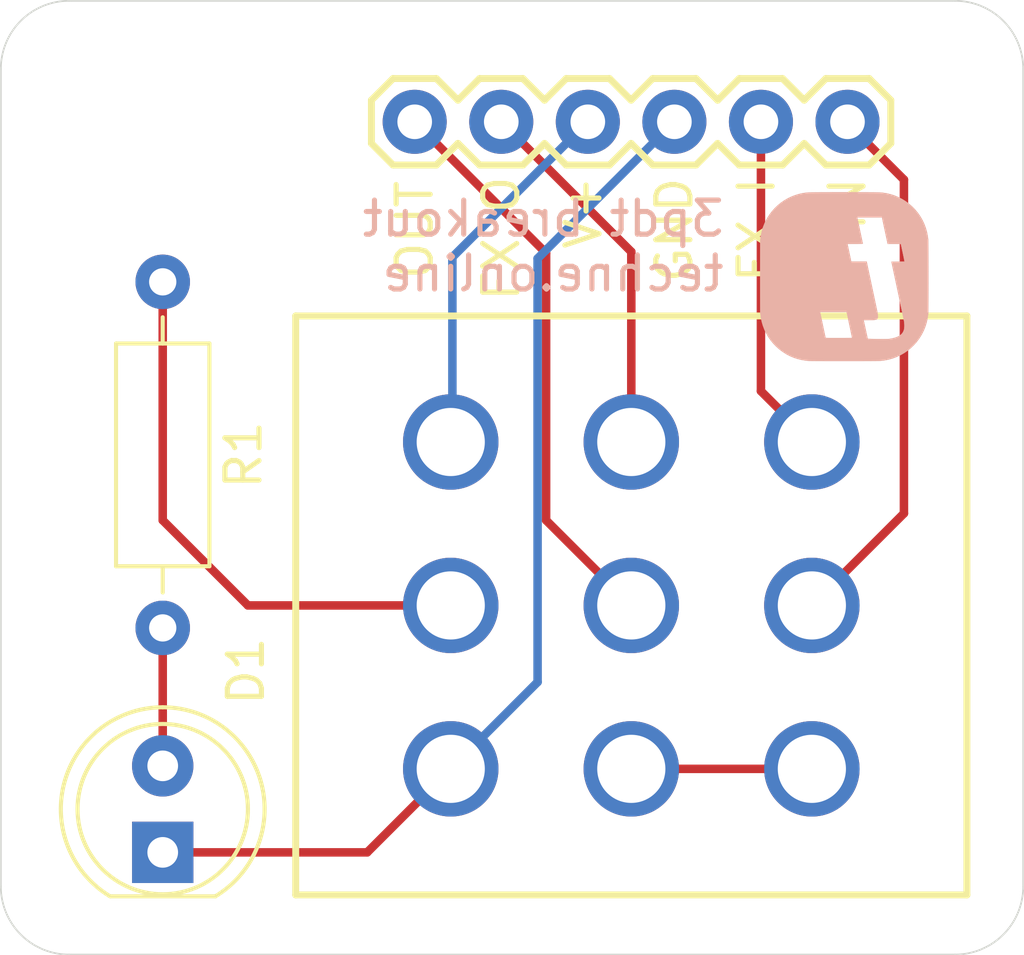
<source format=kicad_pcb>
(kicad_pcb (version 20211014) (generator pcbnew)
  (layers (0 "F.Cu" signal) (31 "B.Cu" signal) (34 "B.Paste" user) (35 "F.Paste" user) (36 "B.SilkS" user "B.Silkscreen") (37 "F.SilkS" user "F.Silkscreen") (38 "B.Mask" user) (39 "F.Mask" user) (44 "Edge.Cuts" user))
  (net 0 "")
  (net 1 "Net-(D1-Pad2)")
  (net 2 "GND")
  (net 3 "Net-(J1-Pad6)")
  (net 4 "Net-(J1-Pad5)")
  (net 5 "9V")
  (net 6 "Net-(J1-Pad2)")
  (net 7 "Net-(J1-Pad1)")
  (net 8 "Net-(R1-Pad1)")
  (net 9 "Net-(S1-PadP$6)")
  (footprint "LED_THT:LED_D5.0mm" (layer "F.Cu") (at 192.25 112 90)
    (fp_text reference "D1" (at 5.32 2.441 90) (layer "F.SilkS"))
    (fp_text value "LED")
    (fp_line (start -1.29 -1.545) (end -1.29 1.545) (layer "F.SilkS") (width 0.12))
    (fp_arc (start 4.26 -0.000462) (mid 2.072002 2.880433) (end -1.29 1.54483) (layer "F.SilkS") (width 0.12))
    (fp_arc (start -1.29 -1.54483) (mid 2.072002 -2.880433) (end 4.26 0.000462) (layer "F.SilkS") (width 0.12))
    (fp_circle (center 1.27 0) (end 3.77 0) (layer "F.SilkS") (width 0.12) (fill none))
    (pad "1" thru_hole rect locked (at 0 0 90) (size 1.8 1.8) (drill 0.9) (layers *.Cu *.Mask) (net 2 "GND"))
    (pad "2" thru_hole circle locked (at 2.54 0 90) (size 1.8 1.8) (drill 0.9) (layers *.Cu *.Mask) (net 1 "Net-(D1-Pad2)"))
  )
  (footprint "Connectors:1X06" (layer "F.Cu") (at 199.644 90.551)
    (fp_text reference "J1" hide)
    (fp_text value "Conn_01x06_Female" hide)
    (fp_line (start -1.27 0.635) (end -0.635 1.27) (layer "F.SilkS") (width 0.2032))
    (fp_line (start 8.89 0.635) (end 8.255 1.27) (layer "F.SilkS") (width 0.2032))
    (fp_line (start 1.27 0.635) (end 0.635 1.27) (layer "F.SilkS") (width 0.2032))
    (fp_line (start 13.97 0.635) (end 13.335 1.27) (layer "F.SilkS") (width 0.2032))
    (fp_line (start 3.175 1.27) (end 1.905 1.27) (layer "F.SilkS") (width 0.2032))
    (fp_line (start 6.985 -1.27) (end 8.255 -1.27) (layer "F.SilkS") (width 0.2032))
    (fp_line (start -1.27 -0.635) (end -1.27 0.635) (layer "F.SilkS") (width 0.2032))
    (fp_line (start 1.27 -0.635) (end 1.905 -1.27) (layer "F.SilkS") (width 0.2032))
    (fp_line (start 5.715 -1.27) (end 6.35 -0.635) (layer "F.SilkS") (width 0.2032))
    (fp_line (start 4.445 -1.27) (end 5.715 -1.27) (layer "F.SilkS") (width 0.2032))
    (fp_line (start 8.89 -0.635) (end 9.525 -1.27) (layer "F.SilkS") (width 0.2032))
    (fp_line (start 11.43 0.635) (end 10.795 1.27) (layer "F.SilkS") (width 0.2032))
    (fp_line (start 0.635 1.27) (end -0.635 1.27) (layer "F.SilkS") (width 0.2032))
    (fp_line (start 0.635 -1.27) (end 1.27 -0.635) (layer "F.SilkS") (width 0.2032))
    (fp_line (start 6.35 0.635) (end 6.985 1.27) (layer "F.SilkS") (width 0.2032))
    (fp_line (start 3.175 -1.27) (end 3.81 -0.635) (layer "F.SilkS") (width 0.2032))
    (fp_line (start 3.81 0.635) (end 3.175 1.27) (layer "F.SilkS") (width 0.2032))
    (fp_line (start 1.905 1.27) (end 1.27 0.635) (layer "F.SilkS") (width 0.2032))
    (fp_line (start 1.905 -1.27) (end 3.175 -1.27) (layer "F.SilkS") (width 0.2032))
    (fp_line (start 5.715 1.27) (end 4.445 1.27) (layer "F.SilkS") (width 0.2032))
    (fp_line (start 4.445 1.27) (end 3.81 0.635) (layer "F.SilkS") (width 0.2032))
    (fp_line (start 13.335 1.27) (end 12.065 1.27) (layer "F.SilkS") (width 0.2032))
    (fp_line (start 3.81 -0.635) (end 4.445 -1.27) (layer "F.SilkS") (width 0.2032))
    (fp_line (start 6.985 -1.27) (end 6.35 -0.635) (layer "F.SilkS") (width 0.2032))
    (fp_line (start 6.35 0.635) (end 5.715 1.27) (layer "F.SilkS") (width 0.2032))
    (fp_line (start 9.525 1.27) (end 8.89 0.635) (layer "F.SilkS") (width 0.2032))
    (fp_line (start 12.065 -1.27) (end 13.335 -1.27) (layer "F.SilkS") (width 0.2032))
    (fp_line (start -0.635 -1.27) (end 0.635 -1.27) (layer "F.SilkS") (width 0.2032))
    (fp_line (start 8.255 -1.27) (end 8.89 -0.635) (layer "F.SilkS") (width 0.2032))
    (fp_line (start 13.97 -0.635) (end 13.97 0.635) (layer "F.SilkS") (width 0.2032))
    (fp_line (start 8.255 1.27) (end 6.985 1.27) (layer "F.SilkS") (width 0.2032))
    (fp_line (start 12.065 1.27) (end 11.43 0.635) (layer "F.SilkS") (width 0.2032))
    (fp_line (start 10.795 1.27) (end 9.525 1.27) (layer "F.SilkS") (width 0.2032))
    (fp_line (start 9.525 -1.27) (end 10.795 -1.27) (layer "F.SilkS") (width 0.2032))
    (fp_line (start 13.335 -1.27) (end 13.97 -0.635) (layer "F.SilkS") (width 0.2032))
    (fp_line (start 11.43 -0.635) (end 12.065 -1.27) (layer "F.SilkS") (width 0.2032))
    (fp_line (start 10.795 -1.27) (end 11.43 -0.635) (layer "F.SilkS") (width 0.2032))
    (fp_line (start -0.635 -1.27) (end -1.27 -0.635) (layer "F.SilkS") (width 0.2032))
    (pad "1" thru_hole circle locked (at 0 0) (size 1.8796 1.8796) (drill 1.016) (layers *.Cu *.Mask) (net 7 "Net-(J1-Pad1)"))
    (pad "2" thru_hole circle locked (at 2.54 0) (size 1.8796 1.8796) (drill 1.016) (layers *.Cu *.Mask) (net 6 "Net-(J1-Pad2)"))
    (pad "3" thru_hole circle locked (at 5.08 0) (size 1.8796 1.8796) (drill 1.016) (layers *.Cu *.Mask) (net 5 "9V"))
    (pad "4" thru_hole circle locked (at 7.62 0) (size 1.8796 1.8796) (drill 1.016) (layers *.Cu *.Mask) (net 2 "GND"))
    (pad "5" thru_hole circle locked (at 10.16 0) (size 1.8796 1.8796) (drill 1.016) (layers *.Cu *.Mask) (net 4 "Net-(J1-Pad5)"))
    (pad "6" thru_hole circle locked (at 12.7 0) (size 1.8796 1.8796) (drill 1.016) (layers *.Cu *.Mask) (net 3 "Net-(J1-Pad6)"))
  )
  (footprint "Resistor_THT:R_Axial_DIN0207_L6.3mm_D2.5mm_P10.16mm_Horizontal" (layer "F.Cu") (at 192.25 95.25 -90)
    (fp_text reference "R1" (at 5.08 -2.37 90) (layer "F.SilkS"))
    (fp_text value "R")
    (fp_line (start 8.35 1.37) (end 8.35 -1.37) (layer "F.SilkS") (width 0.12))
    (fp_line (start 1.04 0) (end 1.81 0) (layer "F.SilkS") (width 0.12))
    (fp_line (start 8.35 -1.37) (end 1.81 -1.37) (layer "F.SilkS") (width 0.12))
    (fp_line (start 9.12 0) (end 8.35 0) (layer "F.SilkS") (width 0.12))
    (fp_line (start 1.81 1.37) (end 8.35 1.37) (layer "F.SilkS") (width 0.12))
    (fp_line (start 1.81 -1.37) (end 1.81 1.37) (layer "F.SilkS") (width 0.12))
    (pad "1" thru_hole circle locked (at 0 0 270) (size 1.6 1.6) (drill 0.8) (layers *.Cu *.Mask) (net 8 "Net-(R1-Pad1)"))
    (pad "2" thru_hole oval locked (at 10.16 0 270) (size 1.6 1.6) (drill 0.8) (layers *.Cu *.Mask) (net 1 "Net-(D1-Pad2)"))
  )
  (footprint "Switches:STOMP_SWITCH_3PDT" (layer "F.Cu") (at 206 104.75)
    (fp_text reference "S1" hide)
    (fp_text value "SWITCH-3PDT-PTH-STOMP" hide)
    (fp_line (start -9.84758 8.49884) (end -9.84758 -8.49884) (layer "F.SilkS") (width 0.2032))
    (fp_line (start 9.84758 8.49884) (end -9.84758 8.49884) (layer "F.SilkS") (width 0.2032))
    (fp_line (start -9.84758 -8.49884) (end 9.84758 -8.49884) (layer "F.SilkS") (width 0.2032))
    (fp_line (start 9.84758 -8.49884) (end 9.84758 8.49884) (layer "F.SilkS") (width 0.2032))
    (pad "P$1" thru_hole circle (at -5.29844 -4.79806) (size 2.8 2.8) (drill 2) (layers *.Cu *.Mask) (net 5 "9V"))
    (pad "P$2" thru_hole circle (at -5.29844 0) (size 2.8 2.8) (drill 2) (layers *.Cu *.Mask) (net 8 "Net-(R1-Pad1)"))
    (pad "P$3" thru_hole circle (at -5.29844 4.79806) (size 2.8 2.8) (drill 2) (layers *.Cu *.Mask) (net 2 "GND"))
    (pad "P$4" thru_hole circle (at 0 -4.79806) (size 2.8 2.8) (drill 2) (layers *.Cu *.Mask) (net 6 "Net-(J1-Pad2)"))
    (pad "P$5" thru_hole circle (at 0 0) (size 2.8 2.8) (drill 2) (layers *.Cu *.Mask) (net 7 "Net-(J1-Pad1)"))
    (pad "P$6" thru_hole circle (at 0 4.79806) (size 2.8 2.8) (drill 2) (layers *.Cu *.Mask) (net 9 "Net-(S1-PadP$6)"))
    (pad "P$7" thru_hole circle (at 5.29844 -4.79806) (size 2.8 2.8) (drill 2) (layers *.Cu *.Mask) (net 4 "Net-(J1-Pad5)"))
    (pad "P$8" thru_hole circle (at 5.29844 0) (size 2.8 2.8) (drill 2) (layers *.Cu *.Mask) (net 3 "Net-(J1-Pad6)"))
    (pad "P$9" thru_hole circle (at 5.29844 4.79806) (size 2.8 2.8) (drill 2) (layers *.Cu *.Mask) (net 9 "Net-(S1-PadP$6)"))
  )
  (footprint "3pdt:techne2_logo" (layer "B.Cu") (at 212.25 95.1 180)
    (fp_text reference "G***" hide)
    (fp_text value "LOGO" hide)
    (fp_poly (pts (xy 0.123798 2.479034) (xy 0.214838 2.478963) (xy 0.304447 2.478853) (xy 0.392014 2.478705) (xy 0.476929 2.478518) (xy 0.558582 2.478293) (xy 0.636363 2.478029) (xy 0.709662 2.477726) (xy 0.777869 2.477385) (xy 0.840373 2.477005) (xy 0.896565 2.476587) (xy 0.945834 2.47613) (xy 0.987571 2.475635) (xy 1.021165 2.475101) (xy 1.046006 2.474528) (xy 1.061484 2.473917) (xy 1.06426 2.473722) (xy 1.189404 2.458074) (xy 1.31129 2.432962) (xy 1.429518 2.398646) (xy 1.543687 2.355386) (xy 1.653398 2.303441) (xy 1.75825 2.24307) (xy 1.857844 2.174532) (xy 1.951779 2.098087) (xy 2.039655 2.013994) (xy 2.121072 1.922513) (xy 2.195631 1.823902) (xy 2.26293 1.718422) (xy 2.282449 1.68402) (xy 2.336112 1.576179) (xy 2.380937 1.463551) (xy 2.416786 1.346591) (xy 2.443527 1.225753) (xy 2.461024 1.101489) (xy 2.463561 1.07442) (xy 2.464182 1.061962) (xy 2.464764 1.039951) (xy 2.465308 1.008996) (xy 2.465814 0.969703) (xy 2.466281 0.922682) (xy 2.466711 0.868538) (xy 2.467102 0.80788) (xy 2.467454 0.741316) (xy 2.467769 0.669453) (xy 2.468045 0.592899) (xy 2.468283 0.512261) (xy 2.468483 0.428147) (xy 2.468644 0.341165) (xy 2.468768 0.251923) (xy 2.468853 0.161027) (xy 2.468899 0.069086) (xy 2.468908 -0.023293) (xy 2.468878 -0.115502) (xy 2.46881 -0.206934) (xy 2.468703 -0.29698) (xy 2.468559 -0.385034) (xy 2.468376 -0.470487) (xy 2.468155 -0.552733) (xy 2.467895 -0.631162) (xy 2.467598 -0.705168) (xy 2.467262 -0.774144) (xy 2.466888 -0.83748) (xy 2.466475 -0.894571) (xy 2.466025 -0.944808) (xy 2.465536 -0.987583) (xy 2.465009 -1.022289) (xy 2.464443 -1.048318) (xy 2.46384 -1.065063) (xy 2.463561 -1.06934) (xy 2.447887 -1.194692) (xy 2.422731 -1.316754) (xy 2.388345 -1.435132) (xy 2.344979 -1.549438) (xy 2.292884 -1.659281) (xy 2.232312 -1.764271) (xy 2.163512 -1.864016) (xy 2.086737 -1.958127) (xy 2.002236 -2.046213) (xy 1.910262 -2.127884) (xy 1.811064 -2.202749) (xy 1.704894 -2.270418) (xy 1.683982 -2.282413) (xy 1.580251 -2.335192) (xy 1.470844 -2.379902) (xy 1.356559 -2.416301) (xy 1.238196 -2.444151) (xy 1.116553 -2.463211) (xy 1.06426 -2.468574) (xy 1.052682 -2.469128) (xy 1.031554 -2.469647) (xy 1.001481 -2.470131) (xy 0.963065 -2.470579) (xy 0.916911 -2.470993) (xy 0.863622 -2.471372) (xy 0.803803 -2.471715) (xy 0.738057 -2.472024) (xy 0.666988 -2.472299) (xy 0.5912 -2.472538) (xy 0.511296 -2.472743) (xy 0.42788 -2.472914) (xy 0.341557 -2.47305) (xy 0.25293 -2.473152) (xy 0.162603 -2.473219) (xy 0.071179 -2.473252) (xy -0.020737 -2.473251) (xy -0.112541 -2.473217) (xy -0.203631 -2.473148) (xy -0.293401 -2.473045) (xy -0.381249 -2.472909) (xy -0.46657 -2.472738) (xy -0.54876 -2.472535) (xy -0.627216 -2.472297) (xy -0.701334 -2.472026) (xy -0.77051 -2.471722) (xy -0.834141 -2.471384) (xy -0.891622 -2.471013) (xy -0.942349 -2.470609) (xy -0.985719 -2.470172) (xy -1.021128 -2.469702) (xy -1.047973 -2.469198) (xy -1.065648 -2.468662) (xy -1.07188 -2.468301) (xy -1.195327 -2.452431) (xy -1.316 -2.427028) (xy -1.433416 -2.392377) (xy -1.547092 -2.348762) (xy -1.656544 -2.296468) (xy -1.761288 -2.23578) (xy -1.860842 -2.166982) (xy -1.954722 -2.090358) (xy -2.042444 -2.006194) (xy -2.123525 -1.914774) (xy -2.197481 -1.816383) (xy -2.209671 -1.798446) (xy -2.275083 -1.691896) (xy -2.33096 -1.581944) (xy -2.377352 -1.468449) (xy -2.414307 -1.351271) (xy -2.441875 -1.230268) (xy -2.460104 -1.105299) (xy -2.463562 -1.06934) (xy -2.464182 -1.056891) (xy -2.464764 -1.034891) (xy -2.465307 -1.003946) (xy -2.465812 -0.964663) (xy -2.466279 -0.917652) (xy -2.466708 -0.863518) (xy -2.467099 -0.802869) (xy -2.467452 -0.736314) (xy -2.467766 -0.664459) (xy -2.468042 -0.587913) (xy -2.46828 -0.507283) (xy -2.46848 -0.423176) (xy -2.468642 -0.3362) (xy -2.468765 -0.246962) (xy -2.468851 -0.156071) (xy -2.468898 -0.064134) (xy -2.468907 0.028242) (xy -2.468877 0.120449) (xy -2.46881 0.211879) (xy -2.468704 0.301925) (xy -2.46856 0.38998) (xy -2.468431 0.450911) (xy -1.767815 0.450911) (xy -1.767248 0.448639) (xy -1.764901 0.446778) (xy -1.75983 0.445279) (xy -1.751091 0.444091) (xy -1.737739 0.443164) (xy -1.718829 0.442449) (xy -1.693416 0.441895) (xy -1.660556 0.441453) (xy -1.619305 0.441072) (xy -1.575761 0.440751) (xy -1.383681 0.43942) (xy -1.563109 -0.40132) (xy -1.582654 -0.492947) (xy -1.60173 -0.582474) (xy -1.620219 -0.66934) (xy -1.638003 -0.752986) (xy -1.654963 -0.832852) (xy -1.670981 -0.908378) (xy -1.685939 -0.979005) (xy -1.699719 -1.044173) (xy -1.712201 -1.103323) (xy -1.723269 -1.155894) (xy -1.732803 -1.201328) (xy -1.740685 -1.239064) (xy -1.746796 -1.268543) (xy -1.751019 -1.289205) (xy -1.753233 -1.30048) (xy -1.759502 -1.343725) (xy -1.763285 -1.389729) (xy -1.764577 -1.43596) (xy -1.763375 -1.479888) (xy -1.759675 -1.518982) (xy -1.753617 -1.550182) (xy -1.736562 -1.599659) (xy -1.713459 -1.642823) (xy -1.683457 -1.680632) (xy -1.645705 -1.714043) (xy -1.59935 -1.744013) (xy -1.565794 -1.761345) (xy -1.52607 -1.77769) (xy -1.478567 -1.792889) (xy -1.425652 -1.806391) (xy -1.369689 -1.817643) (xy -1.313042 -1.826094) (xy -1.27 -1.830379) (xy -1.245929 -1.831624) (xy -1.213061 -1.832461) (xy -1.172753 -1.832898) (xy -1.126359 -1.832944) (xy -1.075235 -1.832604) (xy -1.020735 -1.831889) (xy -0.964217 -1.830804) (xy -0.907034 -1.829357) (xy -0.86614 -1.828094) (xy -0.824749 -1.826698) (xy -0.786725 -1.825392) (xy -0.753223 -1.824217) (xy -0.7254 -1.823214) (xy -0.704413 -1.822425) (xy -0.691415 -1.821891) (xy -0.687507 -1.821667) (xy -0.686306 -1.816759) (xy -0.683165 -1.802837) (xy -0.68132 -1.79451) (xy -0.228735 -1.79451) (xy -0.223763 -1.795116) (xy -0.209409 -1.795693) (xy -0.186452 -1.796232) (xy -0.15567 -1.796726) (xy -0.11784 -1.797168) (xy -0.073743 -1.797549) (xy -0.024155 -1.797863) (xy 0.030145 -1.7981) (xy 0.088378 -1.798255) (xy 0.149767 -1.798318) (xy 0.159677 -1.79832) (xy 0.231803 -1.798309) (xy 0.294441 -1.798268) (xy 0.348263 -1.798181) (xy 0.39394 -1.798032) (xy 0.432144 -1.797807) (xy 0.463547 -1.797489) (xy 0.48882 -1.797065) (xy 0.508637 -1.796518) (xy 0.523667 -1.795833) (xy 0.534584 -1.794995) (xy 0.542058 -1.793989) (xy 0.546763 -1.792799) (xy 0.549368 -1.791411) (xy 0.550547 -1.789808) (xy 0.550681 -1.78943) (xy 0.552152 -1.783111) (xy 0.555544 -1.767655) (xy 0.560684 -1.743865) (xy 0.567403 -1.712545) (xy 0.575527 -1.6745) (xy 0.584885 -1.630534) (xy 0.595307 -1.58145) (xy 0.60662 -1.528054) (xy 0.618653 -1.471149) (xy 0.630016 -1.41732) (xy 0.642563 -1.357856) (xy 0.654548 -1.301113) (xy 0.665797 -1.247903) (xy 0.676139 -1.199038) (xy 0.685402 -1.155329) (xy 0.693413 -1.117587) (xy 0.700001 -1.086624) (xy 0.704992 -1.063252) (xy 0.708216 -1.048282) (xy 0.709463 -1.04267) (xy 0.712301 -1.03124) (xy -0.068885 -1.03124) (xy -0.148877 -1.41097) (xy -0.161626 -1.471548) (xy -0.173745 -1.52924) (xy -0.185072 -1.583275) (xy -0.195448 -1.632882) (xy -0.204711 -1.677289) (xy -0.212701 -1.715724) (xy -0.219257 -1.747416) (xy -0.224219 -1.771593) (xy -0.227425 -1.787484) (xy -0.228716 -1.794317) (xy -0.228735 -1.79451) (xy -0.68132 -1.79451) (xy -0.678285 -1.78082) (xy -0.671867 -1.751626) (xy -0.664111 -1.716173) (xy -0.65522 -1.67538) (xy -0.645393 -1.630164) (xy -0.634833 -1.581444) (xy -0.630098 -1.55956) (xy -0.619202 -1.509203) (xy -0.608896 -1.461625) (xy -0.599388 -1.417792) (xy -0.59089 -1.378671) (xy -0.583612 -1.34523) (xy -0.577764 -1.318436) (xy -0.573557 -1.299257) (xy -0.571201 -1.28866) (xy -0.570827 -1.287052) (xy -0.568131 -1.276164) (xy -0.724756 -1.273681) (xy -0.783345 -1.272477) (xy -0.832576 -1.270644) (xy -0.873251 -1.26783) (xy -0.906167 -1.263682) (xy -0.932125 -1.257846) (xy -0.951923 -1.249972) (xy -0.966361 -1.239706) (xy -0.976239 -1.226696) (xy -0.982356 -1.210588) (xy -0.985511 -1.191031) (xy -0.986503 -1.167672) (xy -0.986485 -1.15824) (xy -0.985234 -1.130826) (xy -0.982351 -1.100055) (xy -0.978453 -1.072477) (xy -0.978347 -1.07188) (xy -0.97668 -1.063495) (xy -0.973037 -1.045857) (xy -0.967564 -1.019647) (xy -0.960405 -0.985547) (xy -0.951705 -0.94424) (xy -0.94161 -0.896408) (xy -0.930265 -0.842733) (xy -0.917814 -0.783897) (xy -0.904402 -0.720582) (xy -0.890175 -0.653471) (xy -0.875278 -0.583246) (xy -0.859856 -0.510589) (xy -0.844053 -0.436182) (xy -0.828015 -0.360707) (xy -0.811887 -0.284847) (xy -0.795813 -0.209284) (xy -0.77994 -0.1347) (xy -0.764411 -0.061777) (xy -0.749373 0.008803) (xy -0.734969 0.076357) (xy -0.721346 0.140203) (xy -0.708647 0.19966) (xy -0.697019 0.254044) (xy -0.686606 0.302673) (xy -0.677553 0.344867) (xy -0.670006 0.379941) (xy -0.664108 0.407214) (xy -0.660006 0.426004) (xy -0.657845 0.435629) (xy -0.657825 0.435713) (xy -0.655075 0.447246) (xy -0.429136 0.445873) (xy -0.38232 0.445644) (xy -0.338777 0.445538) (xy -0.299528 0.445548) (xy -0.265593 0.445671) (xy -0.237992 0.445901) (xy -0.217747 0.446233) (xy -0.205876 0.44666) (xy -0.203084 0.44704) (xy -0.202036 0.452354) (xy -0.19907 0.46667) (xy -0.194381 0.489051) (xy -0.188169 0.518563) (xy -0.180629 0.554269) (xy -0.17196 0.595234) (xy -0.162359 0.640523) (xy -0.152024 0.689199) (xy -0.148157 0.70739) (xy -0.093343 0.9652) (xy -0.318452 0.9652) (xy -0.372562 0.965306) (xy -0.420383 0.965614) (xy -0.461291 0.966111) (xy -0.494665 0.966783) (xy -0.519879 0.967619) (xy -0.536311 0.968603) (xy -0.543338 0.969724) (xy -0.54356 0.969975) (xy -0.542523 0.975599) (xy -0.539521 0.990372) (xy -0.53472 1.013512) (xy -0.528286 1.044235) (xy -0.520383 1.081755) (xy -0.511178 1.125291) (xy -0.500835 1.174056) (xy -0.489521 1.227269) (xy -0.4774 1.284144) (xy -0.464639 1.343897) (xy -0.464483 1.344625) (xy -0.451643 1.404696) (xy -0.439374 1.462108) (xy -0.42785 1.516052) (xy -0.417244 1.565718) (xy -0.407728 1.610295) (xy -0.399476 1.648974) (xy -0.392661 1.680945) (xy -0.387454 1.705398) (xy -0.38403 1.721521) (xy -0.382568 1.72847) (xy -0.37973 1.74244) (xy -1.106256 1.74244) (xy -1.108555 1.73101) (xy -1.109965 1.724306) (xy -1.113329 1.708461) (xy -1.118478 1.684268) (xy -1.125243 1.652524) (xy -1.133454 1.614021) (xy -1.142942 1.569556) (xy -1.153537 1.519921) (xy -1.165069 1.465911) (xy -1.17737 1.408322) (xy -1.190269 1.347946) (xy -1.191456 1.34239) (xy -1.272058 0.9652) (xy -1.466609 0.9652) (xy -1.509942 0.965156) (xy -1.549917 0.96503) (xy -1.585437 0.964833) (xy -1.615402 0.964573) (xy -1.638713 0.964262) (xy -1.654271 0.963908) (xy -1.660978 0.963523) (xy -1.66116 0.963446) (xy -1.662184 0.958284) (xy -1.665123 0.944129) (xy -1.669778 0.921926) (xy -1.675949 0.89262) (xy -1.683438 0.857155) (xy -1.692044 0.816476) (xy -1.701568 0.771528) (xy -1.711812 0.723256) (xy -1.714475 0.710716) (xy -1.7249 0.661477) (xy -1.734651 0.615091) (xy -1.743528 0.572538) (xy -1.75133 0.534797) (xy -1.757855 0.50285) (xy -1.762903 0.477675) (xy -1.766272 0.460253) (xy -1.76776 0.451565) (xy -1.767815 0.450911) (xy -2.468431 0.450911) (xy -2.468378 0.475435) (xy -2.468158 0.557684) (xy -2.467899 0.636118) (xy -2.467603 0.71013) (xy -2.467268 0.779112) (xy -2.466894 0.842458) (xy -2.466483 0.899558) (xy -2.466033 0.949806) (xy -2.465545 0.992595) (xy -2.465019 1.027315) (xy -2.464455 1.053361) (xy -2.463852 1.070124) (xy -2.463573 1.07442) (xy -2.447946 1.199684) (xy -2.422853 1.321697) (xy -2.388521 1.440069) (xy -2.345181 1.554408) (xy -2.293059 1.66432) (xy -2.232385 1.769415) (xy -2.163387 1.8693) (xy -2.086293 1.963582) (xy -2.001333 2.051871) (xy -1.908734 2.133773) (xy -1.808724 2.208897) (xy -1.79832 2.216024) (xy -1.692878 2.281732) (xy -1.583919 2.337964) (xy -1.471289 2.384774) (xy -1.354836 2.422217) (xy -1.234406 2.450345) (xy -1.109846 2.469212) (xy -1.06426 2.473722) (xy -1.051774 2.474345) (xy -1.029737 2.474929) (xy -0.99876 2.475475) (xy -0.959454 2.475982) (xy -0.912429 2.476451) (xy -0.858293 2.476881) (xy -0.797659 2.477273) (xy -0.731135 2.477626) (xy -0.659332 2.47794) (xy -0.582859 2.478216) (xy -0.502328 2.478453) (xy -0.418348 2.478652) (xy -0.331528 2.478812) (xy -0.24248 2.478933) (xy -0.151814 2.479017) (xy -0.060139 2.479061) (xy 0.031935 2.479067) (xy 0.123798 2.479034)) (layer "B.SilkS") (width 0.01) (fill solid))
  )
  (gr_line (start 217.5 113) (end 217.5 89) (layer "Edge.Cuts") (width 0.05))
  (gr_line (start 215.5 87) (end 189.5 87) (layer "Edge.Cuts") (width 0.05))
  (gr_line (start 187.5 89) (end 187.5 113) (layer "Edge.Cuts") (width 0.05))
  (gr_line (start 189.5 115) (end 215.5 115) (layer "Edge.Cuts") (width 0.05))
  (gr_arc (start 189.5 115) (mid 188.085786 114.414214) (end 187.5 113) (layer "Edge.Cuts") (width 0.05))
  (gr_arc (start 187.5 89) (mid 188.085786 87.585786) (end 189.5 87) (layer "Edge.Cuts") (width 0.05))
  (gr_arc (start 215.5 87) (mid 216.914214 87.585786) (end 217.5 89) (layer "Edge.Cuts") (width 0.05))
  (gr_arc (start 217.5 113) (mid 216.914214 114.414214) (end 215.5 115) (layer "Edge.Cuts") (width 0.05))
  (gr_text "3pdt breakout\ntechne.online" (at 208.8 94.2) (layer "B.SilkS") (effects (font (size 1 1)) (justify left mirror)))
  (gr_text "FX I" (at 209.677 93.726 90) (layer "F.SilkS") (effects (font (size 1 1))))
  (gr_text "V+" (at 204.597 93.218 90) (layer "F.SilkS") (effects (font (size 1 1))))
  (gr_text "GND" (at 207.264 93.726 90) (layer "F.SilkS") (effects (font (size 1 1))))
  (gr_text "IN" (at 212.344 92.964 90) (layer "F.SilkS") (effects (font (size 1 1))))
  (gr_text "OUT" (at 199.644 93.726 90) (layer "F.SilkS") (effects (font (size 1 1))))
  (gr_text "FX O" (at 202.184 93.98 90) (layer "F.SilkS") (effects (font (size 1 1))))
  (segment (start 192.25 109.46) (end 192.25 105.41) (width 0.25) (layer "F.Cu") (net 1))
  (segment (start 198.24962 112) (end 192.25 112) (width 0.25) (layer "F.Cu") (net 2))
  (segment (start 200.70156 109.54806) (end 198.24962 112) (width 0.25) (layer "F.Cu") (net 2))
  (segment (start 203.25 106.99962) (end 200.70156 109.54806) (width 0.25) (layer "B.Cu") (net 2))
  (segment (start 207.264 90.551) (end 203.25 94.565) (width 0.25) (layer "B.Cu") (net 2))
  (segment (start 203.25 94.565) (end 203.25 106.99962) (width 0.25) (layer "B.Cu") (net 2))
  (segment (start 212.344 90.594) (end 214 92.25) (width 0.25) (layer "F.Cu") (net 3))
  (segment (start 214 102.04844) (end 211.29844 104.75) (width 0.25) (layer "F.Cu") (net 3))
  (segment (start 214 92.25) (end 214 102.04844) (width 0.25) (layer "F.Cu") (net 3))
  (segment (start 212.344 90.551) (end 212.344 90.594) (width 0.25) (layer "F.Cu") (net 3))
  (segment (start 209.804 90.551) (end 209.804 98.4575) (width 0.25) (layer "F.Cu") (net 4))
  (segment (start 209.804 98.4575) (end 211.29844 99.95194) (width 0.25) (layer "F.Cu") (net 4))
  (segment (start 200.75 94.525) (end 200.75 99.9035) (width 0.25) (layer "B.Cu") (net 5))
  (segment (start 200.75 99.9035) (end 200.70156 99.95194) (width 0.25) (layer "B.Cu") (net 5))
  (segment (start 204.724 90.551) (end 200.75 94.525) (width 0.25) (layer "B.Cu") (net 5))
  (segment (start 202.184 90.551) (end 206 94.367) (width 0.25) (layer "F.Cu") (net 6))
  (segment (start 206 94.367) (end 206 99.95194) (width 0.25) (layer "F.Cu") (net 6))
  (segment (start 203.5 102.25) (end 206 104.75) (width 0.25) (layer "F.Cu") (net 7))
  (segment (start 199.644 90.551) (end 203.5 94.407) (width 0.25) (layer "F.Cu") (net 7))
  (segment (start 203.5 94.407) (end 203.5 102.25) (width 0.25) (layer "F.Cu") (net 7))
  (segment (start 194.75 104.75) (end 200.70156 104.75) (width 0.25) (layer "F.Cu") (net 8))
  (segment (start 192.25 95.25) (end 192.25 102.25) (width 0.25) (layer "F.Cu") (net 8))
  (segment (start 192.25 102.25) (end 194.75 104.75) (width 0.25) (layer "F.Cu") (net 8))
  (segment (start 206 109.54806) (end 211.29844 109.54806) (width 0.25) (layer "F.Cu") (net 9))
)
</source>
